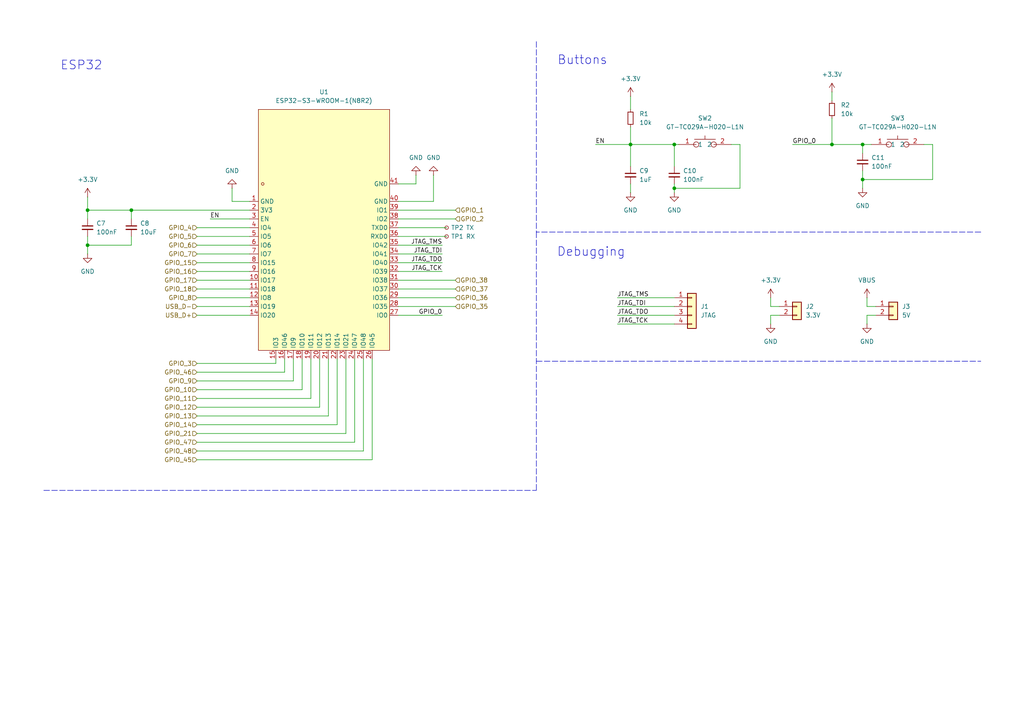
<source format=kicad_sch>
(kicad_sch (version 20250114) (generator "eeschema") (generator_version "9.0")
  (paper "A4")
  (lib_symbols
    (symbol "Connector:TestPoint_Small" (pin_numbers (hide yes)) (pin_names (offset 0.762) (hide yes))
      (property "Reference" "TP" (at 0 3.81 0))
      (property "Value" "TestPoint_Small" (at 0 2.032 0))
      (symbol "TestPoint_Small_0_1"
        (circle (center 0 0) (radius 0.508))
      )
      (symbol "TestPoint_Small_1_1"
        (pin passive line (at 0 0 90) (length 0) (name "1") (number "1"))
      )
    )
    (symbol "Connector_Generic:Conn_01x02" (pin_names (offset 1.016) (hide yes))
      (property "Reference" "J" (at 0 2.54 0))
      (property "Value" "Conn_01x02" (at 0 -5.08 0))
      (symbol "Conn_01x02_1_1"
        (rectangle (start -1.27 1.27) (end 1.27 -3.81) (stroke (width 0.254)) (fill (type background)))
        (rectangle (start -1.27 0.127) (end 0 -0.127) (stroke (width 0.1524)))
        (rectangle (start -1.27 -2.413) (end 0 -2.667) (stroke (width 0.1524)))
        (pin passive line (at -5.08 0 0) (length 3.81) (name "Pin_1") (number "1"))
        (pin passive line (at -5.08 -2.54 0) (length 3.81) (name "Pin_2") (number "2"))
      )
    )
    (symbol "Connector_Generic:Conn_01x04" (pin_names (offset 1.016) (hide yes))
      (property "Reference" "J" (at 0 5.08 0))
      (property "Value" "Conn_01x04" (at 0 -7.62 0))
      (symbol "Conn_01x04_1_1"
        (rectangle (start -1.27 3.81) (end 1.27 -6.35) (stroke (width 0.254)) (fill (type background)))
        (rectangle (start -1.27 2.667) (end 0 2.413) (stroke (width 0.1524)))
        (rectangle (start -1.27 0.127) (end 0 -0.127) (stroke (width 0.1524)))
        (rectangle (start -1.27 -2.413) (end 0 -2.667) (stroke (width 0.1524)))
        (rectangle (start -1.27 -4.953) (end 0 -5.207) (stroke (width 0.1524)))
        (pin passive line (at -5.08 2.54 0) (length 3.81) (name "Pin_1") (number "1"))
        (pin passive line (at -5.08 0 0) (length 3.81) (name "Pin_2") (number "2"))
        (pin passive line (at -5.08 -2.54 0) (length 3.81) (name "Pin_3") (number "3"))
        (pin passive line (at -5.08 -5.08 0) (length 3.81) (name "Pin_4") (number "4"))
      )
    )
    (symbol "Device:C_Small" (pin_numbers (hide yes)) (pin_names (offset 0.254) (hide yes))
      (property "Reference" "C" (at 0.254 1.778 0))
      (property "Value" "C_Small" (at 0.254 -2.032 0))
      (symbol "C_Small_0_1"
        (polyline (pts (xy -1.524 0.508) (xy 1.524 0.508)) (stroke (width 0.3048)))
        (polyline (pts (xy -1.524 -0.508) (xy 1.524 -0.508)) (stroke (width 0.3302)))
      )
      (symbol "C_Small_1_1"
        (pin passive line (at 0 2.54 270) (length 2.032) (name "~") (number "1"))
        (pin passive line (at 0 -2.54 90) (length 2.032) (name "~") (number "2"))
      )
    )
    (symbol "Device:R_Small" (pin_numbers (hide yes)) (pin_names (offset 0.254) (hide yes))
      (property "Reference" "R" (at 0.762 0.508 0))
      (property "Value" "R_Small" (at 0.762 -1.016 0))
      (symbol "R_Small_0_1"
        (rectangle (start -0.762 1.778) (end 0.762 -1.778) (stroke (width 0.2032)))
      )
      (symbol "R_Small_1_1"
        (pin passive line (at 0 2.54 270) (length 0.762) (name "~") (number "1"))
        (pin passive line (at 0 -2.54 90) (length 0.762) (name "~") (number "2"))
      )
    )
    (symbol "easyeda2kicad:ESP32-S3-WROOM-1(N8R2)"
      (property "Reference" "U" (at 0 20.32 0))
      (property "Value" "ESP32-S3-WROOM-1(N8R2)" (at 0 -40.64 0))
      (symbol "ESP32-S3-WROOM-1(N8R2)_0_1"
        (rectangle (start -20.32 36.83) (end 17.78 -33.02) (fill (type background)))
        (circle (center -19.05 15.24) (radius 0.38))
        (pin unspecified line (at -22.86 10.16 0) (length 2.54) (name "GND") (number "1"))
        (pin unspecified line (at -22.86 7.62 0) (length 2.54) (name "3V3") (number "2"))
        (pin unspecified line (at -22.86 5.08 0) (length 2.54) (name "EN") (number "3"))
        (pin unspecified line (at -22.86 2.54 0) (length 2.54) (name "IO4") (number "4"))
        (pin unspecified line (at -22.86 0 0) (length 2.54) (name "IO5") (number "5"))
        (pin unspecified line (at -22.86 -2.54 0) (length 2.54) (name "IO6") (number "6"))
        (pin unspecified line (at -22.86 -5.08 0) (length 2.54) (name "IO7") (number "7"))
        (pin unspecified line (at -22.86 -7.62 0) (length 2.54) (name "IO15") (number "8"))
        (pin unspecified line (at -22.86 -10.16 0) (length 2.54) (name "IO16") (number "9"))
        (pin unspecified line (at -22.86 -12.7 0) (length 2.54) (name "IO17") (number "10"))
        (pin unspecified line (at -22.86 -15.24 0) (length 2.54) (name "IO18") (number "11"))
        (pin unspecified line (at -22.86 -17.78 0) (length 2.54) (name "IO8") (number "12"))
        (pin unspecified line (at -22.86 -20.32 0) (length 2.54) (name "IO19") (number "13"))
        (pin unspecified line (at -22.86 -22.86 0) (length 2.54) (name "IO20") (number "14"))
        (pin unspecified line (at -15.24 -35.56 90) (length 2.54) (name "IO3") (number "15"))
        (pin unspecified line (at -12.7 -35.56 90) (length 2.54) (name "IO46") (number "16"))
        (pin unspecified line (at -10.16 -35.56 90) (length 2.54) (name "IO9") (number "17"))
        (pin unspecified line (at -7.62 -35.56 90) (length 2.54) (name "IO10") (number "18"))
        (pin unspecified line (at -5.08 -35.56 90) (length 2.54) (name "IO11") (number "19"))
        (pin unspecified line (at -2.54 -35.56 90) (length 2.54) (name "IO12") (number "20"))
        (pin unspecified line (at 0 -35.56 90) (length 2.54) (name "IO13") (number "21"))
        (pin unspecified line (at 2.54 -35.56 90) (length 2.54) (name "IO14") (number "22"))
        (pin unspecified line (at 5.08 -35.56 90) (length 2.54) (name "IO21") (number "23"))
        (pin unspecified line (at 7.62 -35.56 90) (length 2.54) (name "IO47") (number "24"))
        (pin unspecified line (at 10.16 -35.56 90) (length 2.54) (name "IO48") (number "25"))
        (pin unspecified line (at 12.7 -35.56 90) (length 2.54) (name "IO45") (number "26"))
        (pin unspecified line (at 20.32 15.24 180) (length 2.54) (name "GND") (number "41"))
        (pin unspecified line (at 20.32 10.16 180) (length 2.54) (name "GND") (number "40"))
        (pin unspecified line (at 20.32 7.62 180) (length 2.54) (name "IO1") (number "39"))
        (pin unspecified line (at 20.32 5.08 180) (length 2.54) (name "IO2") (number "38"))
        (pin unspecified line (at 20.32 2.54 180) (length 2.54) (name "TXD0") (number "37"))
        (pin unspecified line (at 20.32 0 180) (length 2.54) (name "RXD0") (number "36"))
        (pin unspecified line (at 20.32 -2.54 180) (length 2.54) (name "IO42") (number "35"))
        (pin unspecified line (at 20.32 -5.08 180) (length 2.54) (name "IO41") (number "34"))
        (pin unspecified line (at 20.32 -7.62 180) (length 2.54) (name "IO40") (number "33"))
        (pin unspecified line (at 20.32 -10.16 180) (length 2.54) (name "IO39") (number "32"))
        (pin unspecified line (at 20.32 -12.7 180) (length 2.54) (name "IO38") (number "31"))
        (pin unspecified line (at 20.32 -15.24 180) (length 2.54) (name "IO37") (number "30"))
        (pin unspecified line (at 20.32 -17.78 180) (length 2.54) (name "IO36") (number "29"))
        (pin unspecified line (at 20.32 -20.32 180) (length 2.54) (name "IO35") (number "28"))
        (pin unspecified line (at 20.32 -22.86 180) (length 2.54) (name "IO0") (number "27"))
      )
    )
    (symbol "easyeda2kicad:GT-TC029A-H020-L1N"
      (property "Reference" "SW" (at 0 5.08 0))
      (property "Value" "GT-TC029A-H020-L1N" (at 0 -5.08 0))
      (symbol "GT-TC029A-H020-L1N_0_1"
        (polyline (pts (xy -3.05 1.52) (xy 3.05 1.52)))
        (circle (center -2.54 0) (radius 0.76))
        (polyline (pts (xy 0 1.52) (xy 0 2.54)))
        (circle (center 2.54 0) (radius 0.76))
        (pin unspecified line (at -7.62 0 0) (length 5.08) (name "1") (number "1"))
        (pin unspecified line (at 7.62 0 180) (length 5.08) (name "2") (number "2"))
      )
    )
    (symbol "power:+3.3V" (power) (pin_numbers (hide yes)) (pin_names (offset 0) (hide yes))
      (property "Value" "+3.3V" (at 0 3.556 0))
      (symbol "+3.3V_0_1"
        (polyline (pts (xy -0.762 1.27) (xy 0 2.54)))
        (polyline (pts (xy 0 2.54) (xy 0.762 1.27)))
        (polyline (pts (xy 0 0) (xy 0 2.54)))
      )
      (symbol "+3.3V_1_1"
        (pin power_in line (at 0 0 90) (length 0) (name "~") (number "1"))
      )
    )
    (symbol "power:GND" (power) (pin_numbers (hide yes)) (pin_names (offset 0) (hide yes))
      (property "Value" "GND" (at 0 -3.81 0))
      (symbol "GND_0_1"
        (polyline (pts (xy 0 0) (xy 0 -1.27) (xy 1.27 -1.27) (xy 0 -2.54) (xy -1.27 -1.27) (xy 0 -1.27)))
      )
      (symbol "GND_1_1"
        (pin power_in line (at 0 0 270) (length 0) (name "~") (number "1"))
      )
    )
    (symbol "power:VBUS" (power) (pin_numbers (hide yes)) (pin_names (offset 0) (hide yes))
      (property "Value" "VBUS" (at 0 3.556 0))
      (symbol "VBUS_0_1"
        (polyline (pts (xy -0.762 1.27) (xy 0 2.54)))
        (polyline (pts (xy 0 2.54) (xy 0.762 1.27)))
        (polyline (pts (xy 0 0) (xy 0 2.54)))
      )
      (symbol "VBUS_1_1"
        (pin power_in line (at 0 0 90) (length 0) (name "~") (number "1"))
      )
    )
  )
  (text "Buttons\n" (at 168.91 17.526 0) (effects (font (size 2.54 2.54))))
  (text "Debugging\n" (at 171.45 73.152 0) (effects (font (size 2.54 2.54))))
  (text "ESP32\n" (at 23.622 19.05 0) (effects (font (size 2.54 2.54))))
  (junction (at 195.58 41.91))
  (junction (at 38.1 60.96))
  (junction (at 182.88 41.91))
  (junction (at 250.19 52.07))
  (junction (at 195.58 54.61))
  (junction (at 241.3 41.91))
  (junction (at 25.4 60.96))
  (junction (at 25.4 71.12))
  (junction (at 250.19 41.91))
  (wire (pts (xy 115.57 63.5) (xy 132.08 63.5)))
  (wire (pts (xy 250.19 41.91) (xy 252.73 41.91)))
  (wire (pts (xy 182.88 41.91) (xy 182.88 48.26)))
  (wire (pts (xy 107.95 104.14) (xy 107.95 133.35)))
  (wire (pts (xy 57.15 76.2) (xy 72.39 76.2)))
  (polyline (pts (xy 155.575 67.31) (xy 155.575 142.24)) (stroke (width 0) (type dash)))
  (wire (pts (xy 229.87 41.91) (xy 241.3 41.91)))
  (wire (pts (xy 254 91.44) (xy 251.46 91.44)))
  (wire (pts (xy 38.1 60.96) (xy 72.39 60.96)))
  (wire (pts (xy 241.3 26.67) (xy 241.3 29.21)))
  (wire (pts (xy 115.57 91.44) (xy 128.27 91.44)))
  (wire (pts (xy 97.79 104.14) (xy 97.79 123.19)))
  (wire (pts (xy 250.19 41.91) (xy 250.19 44.45)))
  (wire (pts (xy 115.57 66.04) (xy 129.54 66.04)))
  (wire (pts (xy 57.15 105.41) (xy 80.01 105.41)))
  (wire (pts (xy 115.57 76.2) (xy 128.27 76.2)))
  (wire (pts (xy 115.57 71.12) (xy 128.27 71.12)))
  (wire (pts (xy 251.46 88.9) (xy 254 88.9)))
  (wire (pts (xy 120.65 53.34) (xy 115.57 53.34)))
  (wire (pts (xy 195.58 54.61) (xy 214.63 54.61)))
  (wire (pts (xy 223.52 91.44) (xy 223.52 93.98)))
  (wire (pts (xy 57.15 110.49) (xy 85.09 110.49)))
  (wire (pts (xy 226.06 91.44) (xy 223.52 91.44)))
  (wire (pts (xy 195.58 54.61) (xy 195.58 55.88)))
  (wire (pts (xy 60.96 63.5) (xy 72.39 63.5)))
  (wire (pts (xy 67.31 58.42) (xy 72.39 58.42)))
  (wire (pts (xy 115.57 73.66) (xy 128.27 73.66)))
  (wire (pts (xy 115.57 60.96) (xy 132.08 60.96)))
  (polyline (pts (xy 155.575 12.065) (xy 155.575 67.31)) (stroke (width 0) (type dash)))
  (wire (pts (xy 67.31 54.61) (xy 67.31 58.42)))
  (wire (pts (xy 250.19 49.53) (xy 250.19 52.07)))
  (wire (pts (xy 214.63 41.91) (xy 212.09 41.91)))
  (wire (pts (xy 25.4 68.58) (xy 25.4 71.12)))
  (wire (pts (xy 57.15 86.36) (xy 72.39 86.36)))
  (wire (pts (xy 25.4 60.96) (xy 38.1 60.96)))
  (wire (pts (xy 182.88 41.91) (xy 182.88 36.83)))
  (wire (pts (xy 241.3 34.29) (xy 241.3 41.91)))
  (wire (pts (xy 57.15 91.44) (xy 72.39 91.44)))
  (wire (pts (xy 100.33 104.14) (xy 100.33 125.73)))
  (wire (pts (xy 57.15 133.35) (xy 107.95 133.35)))
  (wire (pts (xy 82.55 104.14) (xy 82.55 107.95)))
  (wire (pts (xy 57.15 68.58) (xy 72.39 68.58)))
  (wire (pts (xy 102.87 104.14) (xy 102.87 128.27)))
  (wire (pts (xy 38.1 68.58) (xy 38.1 71.12)))
  (wire (pts (xy 115.57 88.9) (xy 132.08 88.9)))
  (wire (pts (xy 267.97 41.91) (xy 270.51 41.91)))
  (polyline (pts (xy 284.48 67.31) (xy 155.575 67.31)) (stroke (width 0) (type dash)))
  (wire (pts (xy 38.1 63.5) (xy 38.1 60.96)))
  (wire (pts (xy 115.57 78.74) (xy 128.27 78.74)))
  (wire (pts (xy 251.46 86.36) (xy 251.46 88.9)))
  (wire (pts (xy 57.15 125.73) (xy 100.33 125.73)))
  (wire (pts (xy 223.52 88.9) (xy 226.06 88.9)))
  (wire (pts (xy 241.3 41.91) (xy 250.19 41.91)))
  (wire (pts (xy 196.85 41.91) (xy 195.58 41.91)))
  (wire (pts (xy 87.63 104.14) (xy 87.63 113.03)))
  (wire (pts (xy 57.15 120.65) (xy 95.25 120.65)))
  (wire (pts (xy 90.17 104.14) (xy 90.17 115.57)))
  (wire (pts (xy 115.57 81.28) (xy 132.08 81.28)))
  (wire (pts (xy 214.63 54.61) (xy 214.63 41.91)))
  (wire (pts (xy 270.51 52.07) (xy 270.51 41.91)))
  (wire (pts (xy 250.19 52.07) (xy 250.19 54.61)))
  (wire (pts (xy 57.15 113.03) (xy 87.63 113.03)))
  (wire (pts (xy 95.25 104.14) (xy 95.25 120.65)))
  (wire (pts (xy 85.09 104.14) (xy 85.09 110.49)))
  (wire (pts (xy 195.58 53.34) (xy 195.58 54.61)))
  (wire (pts (xy 115.57 86.36) (xy 132.08 86.36)))
  (wire (pts (xy 57.15 66.04) (xy 72.39 66.04)))
  (wire (pts (xy 57.15 123.19) (xy 97.79 123.19)))
  (wire (pts (xy 182.88 27.94) (xy 182.88 31.75)))
  (wire (pts (xy 179.07 88.9) (xy 195.58 88.9)))
  (wire (pts (xy 57.15 115.57) (xy 90.17 115.57)))
  (wire (pts (xy 223.52 86.36) (xy 223.52 88.9)))
  (wire (pts (xy 182.88 53.34) (xy 182.88 55.88)))
  (wire (pts (xy 57.15 118.11) (xy 92.71 118.11)))
  (wire (pts (xy 80.01 104.14) (xy 80.01 105.41)))
  (wire (pts (xy 57.15 81.28) (xy 72.39 81.28)))
  (polyline (pts (xy 12.7 142.24) (xy 155.575 142.24)) (stroke (width 0) (type dash)))
  (wire (pts (xy 251.46 91.44) (xy 251.46 93.98)))
  (wire (pts (xy 57.15 130.81) (xy 105.41 130.81)))
  (wire (pts (xy 25.4 71.12) (xy 25.4 73.66)))
  (wire (pts (xy 115.57 68.58) (xy 129.54 68.58)))
  (wire (pts (xy 57.15 83.82) (xy 72.39 83.82)))
  (wire (pts (xy 195.58 41.91) (xy 195.58 48.26)))
  (wire (pts (xy 250.19 52.07) (xy 270.51 52.07)))
  (wire (pts (xy 125.73 50.8) (xy 125.73 58.42)))
  (wire (pts (xy 57.15 71.12) (xy 72.39 71.12)))
  (wire (pts (xy 105.41 104.14) (xy 105.41 130.81)))
  (wire (pts (xy 57.15 78.74) (xy 72.39 78.74)))
  (polyline (pts (xy 155.575 104.775) (xy 284.48 104.775)) (stroke (width 0) (type dash)))
  (wire (pts (xy 57.15 107.95) (xy 82.55 107.95)))
  (wire (pts (xy 25.4 57.15) (xy 25.4 60.96)))
  (wire (pts (xy 195.58 41.91) (xy 182.88 41.91)))
  (wire (pts (xy 57.15 73.66) (xy 72.39 73.66)))
  (wire (pts (xy 115.57 83.82) (xy 132.08 83.82)))
  (wire (pts (xy 57.15 128.27) (xy 102.87 128.27)))
  (wire (pts (xy 179.07 91.44) (xy 195.58 91.44)))
  (wire (pts (xy 25.4 63.5) (xy 25.4 60.96)))
  (wire (pts (xy 179.07 93.98) (xy 195.58 93.98)))
  (wire (pts (xy 72.39 88.9) (xy 57.15 88.9)))
  (wire (pts (xy 115.57 58.42) (xy 125.73 58.42)))
  (wire (pts (xy 172.72 41.91) (xy 182.88 41.91)))
  (wire (pts (xy 92.71 104.14) (xy 92.71 118.11)))
  (wire (pts (xy 38.1 71.12) (xy 25.4 71.12)))
  (wire (pts (xy 120.65 50.8) (xy 120.65 53.34)))
  (wire (pts (xy 179.07 86.36) (xy 195.58 86.36)))
  (label "JTAG_TDI" (at 179.07 88.9 0))
  (label "JTAG_TMS" (at 128.27 71.12 180))
  (label "EN" (at 60.96 63.5 0))
  (label "JTAG_TDO" (at 179.07 91.44 0))
  (label "JTAG_TCK" (at 128.27 78.74 180))
  (label "GPIO_0" (at 229.87 41.91 0))
  (label "JTAG_TDI" (at 128.27 73.66 180))
  (label "EN" (at 172.72 41.91 0))
  (label "JTAG_TCK" (at 179.07 93.98 0))
  (label "JTAG_TMS" (at 179.07 86.36 0))
  (label "JTAG_TDO" (at 128.27 76.2 180))
  (label "GPIO_0" (at 128.27 91.44 180))
  (hierarchical_label "GPIO_36" (shape input) (at 132.08 86.36 0))
  (hierarchical_label "GPIO_11" (shape input) (at 57.15 115.57 180))
  (hierarchical_label "USB_D-" (shape input) (at 57.15 88.9 180))
  (hierarchical_label "GPIO_8" (shape input) (at 57.15 86.36 180))
  (hierarchical_label "GPIO_18" (shape input) (at 57.15 83.82 180))
  (hierarchical_label "GPIO_6" (shape input) (at 57.15 71.12 180))
  (hierarchical_label "GPIO_4" (shape input) (at 57.15 66.04 180))
  (hierarchical_label "GPIO_17" (shape input) (at 57.15 81.28 180))
  (hierarchical_label "GPIO_3" (shape input) (at 57.15 105.41 180))
  (hierarchical_label "GPIO_1" (shape input) (at 132.08 60.96 0))
  (hierarchical_label "USB_D+" (shape input) (at 57.15 91.44 180))
  (hierarchical_label "GPIO_37" (shape input) (at 132.08 83.82 0))
  (hierarchical_label "GPIO_5" (shape input) (at 57.15 68.58 180))
  (hierarchical_label "GPIO_7" (shape input) (at 57.15 73.66 180))
  (hierarchical_label "GPIO_48" (shape input) (at 57.15 130.81 180))
  (hierarchical_label "GPIO_9" (shape input) (at 57.15 110.49 180))
  (hierarchical_label "GPIO_16" (shape input) (at 57.15 78.74 180))
  (hierarchical_label "GPIO_35" (shape input) (at 132.08 88.9 0))
  (hierarchical_label "GPIO_10" (shape input) (at 57.15 113.03 180))
  (hierarchical_label "GPIO_38" (shape input) (at 132.0216 81.28 0))
  (hierarchical_label "GPIO_13" (shape input) (at 57.15 120.65 180))
  (hierarchical_label "GPIO_21" (shape input) (at 57.15 125.73 180))
  (hierarchical_label "GPIO_46" (shape input) (at 57.15 107.95 180))
  (hierarchical_label "GPIO_15" (shape input) (at 57.15 76.2 180))
  (hierarchical_label "GPIO_14" (shape input) (at 57.15 123.19 180))
  (hierarchical_label "GPIO_12" (shape input) (at 57.15 118.11 180))
  (hierarchical_label "GPIO_45" (shape input) (at 57.15 133.35 180))
  (hierarchical_label "GPIO_2" (shape input) (at 132.08 63.5 0))
  (hierarchical_label "GPIO_47" (shape input) (at 57.15 128.27 180))
  (symbol (lib_id "Connector_Generic:Conn_01x04") (at 200.66 88.9 0) (unit 1)
    (property "Reference" "J1" (at 203.2 88.8999 0) (effects (justify left)))
    (property "Value" "JTAG" (at 203.2 91.4399 0) (effects (justify left)))
    (property "Footprint" "Connector_PinHeader_1.00mm:PinHeader_1x04_P1.00mm_Vertical" (effects (hide yes)))
    (property "Description" "Generic connector, single row, 01x04, script generated (kicad-library-utils/schlib/autogen/connector/)" (effects (hide yes)))
  )
  (symbol (lib_id "Device:C_Small") (at 250.19 46.99 0) (unit 1)
    (property "Reference" "C11" (at 252.73 45.7262 0) (effects (justify left)))
    (property "Value" "100nF" (at 252.73 48.2662 0) (effects (justify left)))
    (property "Footprint" "Capacitor_SMD:C_0805_2012Metric_Pad1.18x1.45mm_HandSolder" (effects (hide yes)))
    (property "Description" "Unpolarized capacitor, small symbol" (effects (hide yes)))
  )
  (symbol (lib_id "Device:C_Small") (at 195.58 50.8 0) (unit 1)
    (property "Reference" "C10" (at 198.12 49.5362 0) (effects (justify left)))
    (property "Value" "100nF" (at 198.12 52.0762 0) (effects (justify left)))
    (property "Footprint" "Capacitor_SMD:C_0805_2012Metric_Pad1.18x1.45mm_HandSolder" (effects (hide yes)))
    (property "Description" "Unpolarized capacitor, small symbol" (effects (hide yes)))
  )
  (symbol (lib_id "power:GND") (at 195.58 55.88 0) (unit 1)
    (property "Reference" "#PWR037" (effects (hide yes)))
    (property "Value" "GND" (at 195.58 60.96 0))
    (property "Description" "Power symbol creates a global label with name \"GND\" , ground" (effects (hide yes)))
  )
  (symbol (lib_id "easyeda2kicad:ESP32-S3-WROOM-1(N8R2)") (at 95.25 68.58 0) (unit 1)
    (property "Reference" "U1" (at 93.98 26.67 0))
    (property "Value" "ESP32-S3-WROOM-1(N8R2)" (at 93.98 29.21 0))
    (property "Footprint" "easyeda2kicad:WIRELM-SMD_ESP32-S3-WROOM-1" (effects (hide yes)))
    (property "LCSC Part" "C2913204" (effects (hide yes)))
  )
  (symbol (lib_id "power:+3.3V") (at 182.88 27.94 0) (unit 1)
    (property "Reference" "#PWR019" (effects (hide yes)))
    (property "Value" "+3.3V" (at 182.88 22.86 0))
    (property "Description" "Power symbol creates a global label with name \"+3.3V\"" (effects (hide yes)))
  )
  (symbol (lib_id "power:VBUS") (at 251.46 86.36 0) (unit 1)
    (property "Reference" "#PWR042" (effects (hide yes)))
    (property "Value" "VBUS" (at 251.46 81.28 0))
    (property "Description" "Power symbol creates a global label with name \"VBUS\"" (effects (hide yes)))
  )
  (symbol (lib_id "easyeda2kicad:GT-TC029A-H020-L1N") (at 204.47 41.91 0) (unit 1)
    (property "Reference" "SW2" (at 204.47 34.29 0))
    (property "Value" "GT-TC029A-H020-L1N" (at 204.47 36.83 0))
    (property "Footprint" "easyeda2kicad:SW-SMD_L3.9-W2.9-LS5.0" (effects (hide yes)))
    (property "Datasheet" "https://lcsc.com/product-detail/Tactile-Switches_G-Switch-GT-TC029A-H020-L1N_C778164.html" (effects (hide yes)))
    (property "LCSC Part" "C778164" (effects (hide yes)))
  )
  (symbol (lib_id "power:GND") (at 120.65 50.8 180) (unit 1)
    (property "Reference" "#PWR015" (effects (hide yes)))
    (property "Value" "GND" (at 120.65 45.72 0))
    (property "Description" "Power symbol creates a global label with name \"GND\" , ground" (effects (hide yes)))
  )
  (symbol (lib_id "power:GND") (at 223.52 93.98 0) (unit 1)
    (property "Reference" "#PWR038" (effects (hide yes)))
    (property "Value" "GND" (at 223.52 99.06 0))
    (property "Description" "Power symbol creates a global label with name \"GND\" , ground" (effects (hide yes)))
  )
  (symbol (lib_id "Connector_Generic:Conn_01x02") (at 231.14 88.9 0) (unit 1)
    (property "Reference" "J2" (at 233.68 88.8999 0) (effects (justify left)))
    (property "Value" "3.3V" (at 233.68 91.4399 0) (effects (justify left)))
    (property "Footprint" "Connector_PinHeader_1.00mm:PinHeader_1x02_P1.00mm_Vertical" (effects (hide yes)))
    (property "Description" "Generic connector, single row, 01x02, script generated (kicad-library-utils/schlib/autogen/connector/)" (effects (hide yes)))
  )
  (symbol (lib_id "power:GND") (at 67.31 54.61 180) (unit 1)
    (property "Reference" "#PWR013" (effects (hide yes)))
    (property "Value" "GND" (at 67.31 49.53 0))
    (property "Description" "Power symbol creates a global label with name \"GND\" , ground" (effects (hide yes)))
  )
  (symbol (lib_id "Device:R_Small") (at 182.88 34.29 0) (unit 1)
    (property "Reference" "R1" (at 185.42 33.0199 0) (effects (justify left)))
    (property "Value" "10k" (at 185.42 35.5599 0) (effects (justify left)))
    (property "Footprint" "Resistor_SMD:R_0805_2012Metric_Pad1.20x1.40mm_HandSolder" (effects (hide yes)))
    (property "Description" "Resistor, small symbol" (effects (hide yes)))
  )
  (symbol (lib_id "power:GND") (at 251.46 93.98 0) (unit 1)
    (property "Reference" "#PWR039" (effects (hide yes)))
    (property "Value" "GND" (at 251.46 99.06 0))
    (property "Description" "Power symbol creates a global label with name \"GND\" , ground" (effects (hide yes)))
  )
  (symbol (lib_id "Device:R_Small") (at 241.3 31.75 0) (unit 1)
    (property "Reference" "R2" (at 243.84 30.4799 0) (effects (justify left)))
    (property "Value" "10k" (at 243.84 33.0199 0) (effects (justify left)))
    (property "Footprint" "Resistor_SMD:R_0805_2012Metric_Pad1.20x1.40mm_HandSolder" (effects (hide yes)))
    (property "Description" "Resistor, small symbol" (effects (hide yes)))
  )
  (symbol (lib_id "easyeda2kicad:GT-TC029A-H020-L1N") (at 260.35 41.91 0) (unit 1)
    (property "Reference" "SW3" (at 260.35 34.29 0))
    (property "Value" "GT-TC029A-H020-L1N" (at 260.35 36.83 0))
    (property "Footprint" "easyeda2kicad:SW-SMD_L3.9-W2.9-LS5.0" (effects (hide yes)))
    (property "Datasheet" "https://lcsc.com/product-detail/Tactile-Switches_G-Switch-GT-TC029A-H020-L1N_C778164.html" (effects (hide yes)))
    (property "LCSC Part" "C778164" (effects (hide yes)))
  )
  (symbol (lib_id "power:GND") (at 250.19 54.61 0) (unit 1)
    (property "Reference" "#PWR021" (effects (hide yes)))
    (property "Value" "GND" (at 250.19 59.69 0))
    (property "Description" "Power symbol creates a global label with name \"GND\" , ground" (effects (hide yes)))
  )
  (symbol (lib_id "power:GND") (at 182.88 55.88 0) (unit 1)
    (property "Reference" "#PWR026" (effects (hide yes)))
    (property "Value" "GND" (at 182.88 60.96 0))
    (property "Description" "Power symbol creates a global label with name \"GND\" , ground" (effects (hide yes)))
  )
  (symbol (lib_id "Connector_Generic:Conn_01x02") (at 259.08 88.9 0) (unit 1)
    (property "Reference" "J3" (at 261.62 88.8999 0) (effects (justify left)))
    (property "Value" "5V" (at 261.62 91.4399 0) (effects (justify left)))
    (property "Footprint" "Connector_PinHeader_1.00mm:PinHeader_1x02_P1.00mm_Vertical" (effects (hide yes)))
    (property "Description" "Generic connector, single row, 01x02, script generated (kicad-library-utils/schlib/autogen/connector/)" (effects (hide yes)))
  )
  (symbol (lib_id "power:+3.3V") (at 241.3 26.67 0) (unit 1)
    (property "Reference" "#PWR020" (effects (hide yes)))
    (property "Value" "+3.3V" (at 241.3 21.59 0))
    (property "Description" "Power symbol creates a global label with name \"+3.3V\"" (effects (hide yes)))
  )
  (symbol (lib_id "Connector:TestPoint_Small") (at 129.54 66.04 0) (unit 1)
    (property "Reference" "TP2" (at 130.81 66.04 0) (effects (justify left)))
    (property "Value" "TX" (at 135.128 66.0401 0) (effects (justify left)))
    (property "Footprint" "TestPoint:TestPoint_Pad_D1.0mm" (effects (hide yes)))
    (property "Description" "test point" (effects (hide yes)))
  )
  (symbol (lib_id "power:+3.3V") (at 223.52 86.36 0) (unit 1)
    (property "Reference" "#PWR040" (effects (hide yes)))
    (property "Value" "+3.3V" (at 223.52 81.28 0))
    (property "Description" "Power symbol creates a global label with name \"+3.3V\"" (effects (hide yes)))
  )
  (symbol (lib_id "power:+3.3V") (at 25.4 57.15 0) (unit 1)
    (property "Reference" "#PWR017" (effects (hide yes)))
    (property "Value" "+3.3V" (at 25.4 52.07 0))
    (property "Description" "Power symbol creates a global label with name \"+3.3V\"" (effects (hide yes)))
  )
  (symbol (lib_id "Device:C_Small") (at 38.1 66.04 0) (unit 1)
    (property "Reference" "C8" (at 40.64 64.7762 0) (effects (justify left)))
    (property "Value" "10uF" (at 40.64 67.3162 0) (effects (justify left)))
    (property "Footprint" "Capacitor_SMD:C_0805_2012Metric_Pad1.18x1.45mm_HandSolder" (effects (hide yes)))
    (property "Description" "Unpolarized capacitor, small symbol" (effects (hide yes)))
  )
  (symbol (lib_id "Connector:TestPoint_Small") (at 129.54 68.58 0) (unit 1)
    (property "Reference" "TP1" (at 130.81 68.5799 0) (effects (justify left)))
    (property "Value" "RX" (at 135.128 68.58 0) (effects (justify left)))
    (property "Footprint" "TestPoint:TestPoint_Pad_D1.0mm" (effects (hide yes)))
    (property "Description" "test point" (effects (hide yes)))
  )
  (symbol (lib_id "Device:C_Small") (at 182.88 50.8 0) (unit 1)
    (property "Reference" "C9" (at 185.42 49.5362 0) (effects (justify left)))
    (property "Value" "1uF" (at 185.42 52.0762 0) (effects (justify left)))
    (property "Footprint" "Capacitor_SMD:C_0805_2012Metric_Pad1.18x1.45mm_HandSolder" (effects (hide yes)))
    (property "Description" "Unpolarized capacitor, small symbol" (effects (hide yes)))
  )
  (symbol (lib_id "power:GND") (at 25.4 73.66 0) (unit 1)
    (property "Reference" "#PWR018" (effects (hide yes)))
    (property "Value" "GND" (at 25.4 78.74 0))
    (property "Description" "Power symbol creates a global label with name \"GND\" , ground" (effects (hide yes)))
  )
  (symbol (lib_id "Device:C_Small") (at 25.4 66.04 0) (unit 1)
    (property "Reference" "C7" (at 27.94 64.7762 0) (effects (justify left)))
    (property "Value" "100nF" (at 27.94 67.3162 0) (effects (justify left)))
    (property "Footprint" "Capacitor_SMD:C_0805_2012Metric_Pad1.18x1.45mm_HandSolder" (effects (hide yes)))
    (property "Description" "Unpolarized capacitor, small symbol" (effects (hide yes)))
  )
  (symbol (lib_id "power:GND") (at 125.73 50.8 180) (unit 1)
    (property "Reference" "#PWR016" (effects (hide yes)))
    (property "Value" "GND" (at 125.73 45.72 0))
    (property "Description" "Power symbol creates a global label with name \"GND\" , ground" (effects (hide yes)))
  )
)
</source>
